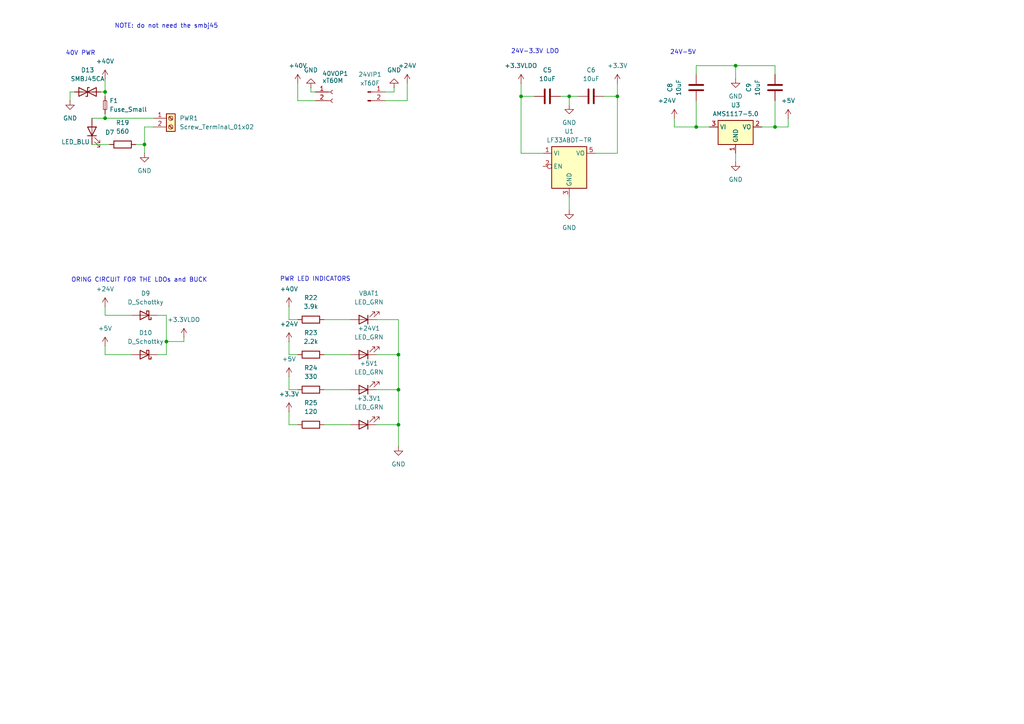
<source format=kicad_sch>
(kicad_sch (version 20231120) (generator "eeschema") (generator_version "8.0")
  (paper "A4")
  (lib_symbols
    (symbol "Connector:Conn_01x02_Pin" (pin_names (offset 1.016) hide)
      (property "Reference" "J" (at 0 2.54 0))
      (property "Value" "Conn_01x02_Pin" (at 0 -5.08 0))
      (symbol "Conn_01x02_Pin_1_1"
        (polyline (pts (xy 1.27 -2.54) (xy 0.8636 -2.54)) (stroke (width 0.1524)))
        (polyline (pts (xy 1.27 0) (xy 0.8636 0)) (stroke (width 0.1524)))
        (rectangle (start 0.8636 -2.413) (end 0 -2.667) (stroke (width 0.1524)) (fill (type outline)))
        (rectangle (start 0.8636 0.127) (end 0 -0.127) (stroke (width 0.1524)) (fill (type outline)))
        (pin passive line (at 5.08 0 180) (length 3.81) (name "Pin_1") (number "1"))
        (pin passive line (at 5.08 -2.54 180) (length 3.81) (name "Pin_2") (number "2"))
      )
    )
    (symbol "Connector:Conn_01x02_Socket" (pin_names (offset 1.016) hide)
      (property "Reference" "J" (at 0 2.54 0))
      (property "Value" "Conn_01x02_Socket" (at 0 -5.08 0))
      (symbol "Conn_01x02_Socket_1_1"
        (arc (start 0 -2.032) (mid -0.5058 -2.54) (end 0 -3.048) (stroke (width 0.1524)))
        (polyline (pts (xy -1.27 -2.54) (xy -0.508 -2.54)) (stroke (width 0.1524)))
        (polyline (pts (xy -1.27 0) (xy -0.508 0)) (stroke (width 0.1524)))
        (arc (start 0 0.508) (mid -0.5058 0) (end 0 -0.508) (stroke (width 0.1524)))
        (pin passive line (at -5.08 0 0) (length 3.81) (name "Pin_1") (number "1"))
        (pin passive line (at -5.08 -2.54 0) (length 3.81) (name "Pin_2") (number "2"))
      )
    )
    (symbol "Connector:Screw_Terminal_01x02" (pin_names (offset 1.016) hide)
      (property "Reference" "J" (at 0 2.54 0))
      (property "Value" "Screw_Terminal_01x02" (at 0 -5.08 0))
      (symbol "Screw_Terminal_01x02_1_1"
        (rectangle (start -1.27 1.27) (end 1.27 -3.81) (stroke (width 0.254)) (fill (type background)))
        (circle (center 0 -2.54) (radius 0.635) (stroke (width 0.1524)))
        (polyline (pts (xy -0.5334 -2.2098) (xy 0.3302 -3.048)) (stroke (width 0.1524)))
        (polyline (pts (xy -0.5334 0.3302) (xy 0.3302 -0.508)) (stroke (width 0.1524)))
        (polyline (pts (xy -0.3556 -2.032) (xy 0.508 -2.8702)) (stroke (width 0.1524)))
        (polyline (pts (xy -0.3556 0.508) (xy 0.508 -0.3302)) (stroke (width 0.1524)))
        (circle (center 0 0) (radius 0.635) (stroke (width 0.1524)))
        (pin passive line (at -5.08 0 0) (length 3.81) (name "Pin_1") (number "1"))
        (pin passive line (at -5.08 -2.54 0) (length 3.81) (name "Pin_2") (number "2"))
      )
    )
    (symbol "Device:C" (pin_numbers hide) (pin_names (offset 0.254))
      (property "Reference" "C" (at 0.635 2.54 0))
      (property "Value" "C" (at 0.635 -2.54 0))
      (symbol "C_0_1"
        (polyline (pts (xy -2.032 -0.762) (xy 2.032 -0.762)) (stroke (width 0.508)))
        (polyline (pts (xy -2.032 0.762) (xy 2.032 0.762)) (stroke (width 0.508)))
      )
      (symbol "C_1_1"
        (pin passive line (at 0 3.81 270) (length 2.794) (name "~") (number "1"))
        (pin passive line (at 0 -3.81 90) (length 2.794) (name "~") (number "2"))
      )
    )
    (symbol "Device:D_Schottky" (pin_numbers hide) (pin_names (offset 1.016) hide)
      (property "Reference" "D" (at 0 2.54 0))
      (property "Value" "D_Schottky" (at 0 -2.54 0))
      (symbol "D_Schottky_0_1"
        (polyline (pts (xy 1.27 0) (xy -1.27 0)))
        (polyline (pts (xy 1.27 1.27) (xy 1.27 -1.27) (xy -1.27 0) (xy 1.27 1.27)) (stroke (width 0.254)))
        (polyline (pts (xy -1.905 0.635) (xy -1.905 1.27) (xy -1.27 1.27) (xy -1.27 -1.27) (xy -0.635 -1.27) (xy -0.635 -0.635)) (stroke (width 0.254)))
      )
      (symbol "D_Schottky_1_1"
        (pin passive line (at -3.81 0 0) (length 2.54) (name "K") (number "1"))
        (pin passive line (at 3.81 0 180) (length 2.54) (name "A") (number "2"))
      )
    )
    (symbol "Device:D_TVS" (pin_numbers hide) (pin_names (offset 1.016) hide)
      (property "Reference" "D" (at 0 2.54 0))
      (property "Value" "D_TVS" (at 0 -2.54 0))
      (symbol "D_TVS_0_1"
        (polyline (pts (xy 1.27 0) (xy -1.27 0)))
        (polyline (pts (xy 0.508 1.27) (xy 0 1.27) (xy 0 -1.27) (xy -0.508 -1.27)) (stroke (width 0.254)))
        (polyline (pts (xy -2.54 1.27) (xy -2.54 -1.27) (xy 2.54 1.27) (xy 2.54 -1.27) (xy -2.54 1.27)) (stroke (width 0.254)))
      )
      (symbol "D_TVS_1_1"
        (pin passive line (at -3.81 0 0) (length 2.54) (name "A1") (number "1"))
        (pin passive line (at 3.81 0 180) (length 2.54) (name "A2") (number "2"))
      )
    )
    (symbol "Device:Fuse_Small" (pin_numbers hide) (pin_names (offset 0.254) hide)
      (property "Reference" "F" (at 0 -1.524 0))
      (property "Value" "Fuse_Small" (at 0 1.524 0))
      (symbol "Fuse_Small_0_1"
        (rectangle (start -1.27 0.508) (end 1.27 -0.508))
        (polyline (pts (xy -1.27 0) (xy 1.27 0)))
      )
      (symbol "Fuse_Small_1_1"
        (pin passive line (at -2.54 0 0) (length 1.27) (name "~") (number "1"))
        (pin passive line (at 2.54 0 180) (length 1.27) (name "~") (number "2"))
      )
    )
    (symbol "Device:LED" (pin_numbers hide) (pin_names (offset 1.016) hide)
      (property "Reference" "D" (at 0 2.54 0))
      (property "Value" "LED" (at 0 -2.54 0))
      (symbol "LED_0_1"
        (polyline (pts (xy -1.27 -1.27) (xy -1.27 1.27)) (stroke (width 0.254)))
        (polyline (pts (xy -1.27 0) (xy 1.27 0)))
        (polyline (pts (xy 1.27 -1.27) (xy 1.27 1.27) (xy -1.27 0) (xy 1.27 -1.27)) (stroke (width 0.254)))
        (polyline (pts (xy -3.048 -0.762) (xy -4.572 -2.286) (xy -3.81 -2.286) (xy -4.572 -2.286) (xy -4.572 -1.524)))
        (polyline (pts (xy -1.778 -0.762) (xy -3.302 -2.286) (xy -2.54 -2.286) (xy -3.302 -2.286) (xy -3.302 -1.524)))
      )
      (symbol "LED_1_1"
        (pin passive line (at -3.81 0 0) (length 2.54) (name "K") (number "1"))
        (pin passive line (at 3.81 0 180) (length 2.54) (name "A") (number "2"))
      )
    )
    (symbol "Device:R" (pin_numbers hide) (pin_names (offset 0))
      (property "Reference" "R" (at 2.032 0 90))
      (property "Value" "R" (at 0 0 90))
      (symbol "R_0_1"
        (rectangle (start -1.016 -2.54) (end 1.016 2.54) (stroke (width 0.254)))
      )
      (symbol "R_1_1"
        (pin passive line (at 0 3.81 270) (length 1.27) (name "~") (number "1"))
        (pin passive line (at 0 -3.81 90) (length 1.27) (name "~") (number "2"))
      )
    )
    (symbol "Regulator_Linear:AMS1117-5.0"
      (property "Reference" "U" (at -3.81 3.175 0))
      (property "Value" "AMS1117-5.0" (at 0 3.175 0))
      (symbol "AMS1117-5.0_0_1"
        (rectangle (start -5.08 -5.08) (end 5.08 1.905) (stroke (width 0.254)) (fill (type background)))
      )
      (symbol "AMS1117-5.0_1_1"
        (pin power_in line (at 0 -7.62 90) (length 2.54) (name "GND") (number "1"))
        (pin power_out line (at 7.62 0 180) (length 2.54) (name "VO") (number "2"))
        (pin power_in line (at -7.62 0 0) (length 2.54) (name "VI") (number "3"))
      )
    )
    (symbol "SJSU_common:LF33CPT-TR"
      (property "Reference" "U" (at -4.572 0 0))
      (property "Value" "LF33CPT-TR" (at 5.334 0 0))
      (symbol "LF33CPT-TR_0_1"
        (rectangle (start -5.08 -1.905) (end 5.08 -13.97) (stroke (width 0.254)) (fill (type background)))
      )
      (symbol "LF33CPT-TR_1_1"
        (pin power_in line (at -7.62 -3.81 0) (length 2.54) (name "VI") (number "1"))
        (pin input inverted (at -7.62 -7.62 0) (length 2.54) (name "EN") (number "2"))
        (pin power_in line (at 0 -16.51 90) (length 2.54) (name "GND") (number "3"))
        (pin power_out line (at 7.62 -3.81 180) (length 2.54) (name "VO") (number "5"))
      )
    )
    (symbol "power:+24V" (power) (pin_numbers hide) (pin_names (offset 0) hide)
      (property "Value" "+24V" (at 0 3.556 0))
      (symbol "+24V_0_1"
        (polyline (pts (xy -0.762 1.27) (xy 0 2.54)))
        (polyline (pts (xy 0 0) (xy 0 2.54)))
        (polyline (pts (xy 0 2.54) (xy 0.762 1.27)))
      )
      (symbol "+24V_1_1"
        (pin power_in line (at 0 0 90) (length 0) (name "~") (number "1"))
      )
    )
    (symbol "power:+3.3V" (power) (pin_numbers hide) (pin_names (offset 0) hide)
      (property "Value" "+3.3V" (at 0 3.556 0))
      (symbol "+3.3V_0_1"
        (polyline (pts (xy -0.762 1.27) (xy 0 2.54)))
        (polyline (pts (xy 0 0) (xy 0 2.54)))
        (polyline (pts (xy 0 2.54) (xy 0.762 1.27)))
      )
      (symbol "+3.3V_1_1"
        (pin power_in line (at 0 0 90) (length 0) (name "~") (number "1"))
      )
    )
    (symbol "power:+5V" (power) (pin_numbers hide) (pin_names (offset 0) hide)
      (property "Value" "+5V" (at 0 3.556 0))
      (symbol "+5V_0_1"
        (polyline (pts (xy -0.762 1.27) (xy 0 2.54)))
        (polyline (pts (xy 0 0) (xy 0 2.54)))
        (polyline (pts (xy 0 2.54) (xy 0.762 1.27)))
      )
      (symbol "+5V_1_1"
        (pin power_in line (at 0 0 90) (length 0) (name "~") (number "1"))
      )
    )
    (symbol "power:GND" (power) (pin_numbers hide) (pin_names (offset 0) hide)
      (property "Value" "GND" (at 0 -3.81 0))
      (symbol "GND_0_1"
        (polyline (pts (xy 0 0) (xy 0 -1.27) (xy 1.27 -1.27) (xy 0 -2.54) (xy -1.27 -1.27) (xy 0 -1.27)))
      )
      (symbol "GND_1_1"
        (pin power_in line (at 0 0 270) (length 0) (name "~") (number "1"))
      )
    )
  )
  (junction (at 151.13 27.94))
  (junction (at 224.79 36.83))
  (junction (at 115.57 123.19))
  (junction (at 30.48 26.67))
  (junction (at 201.93 36.83))
  (junction (at 165.1 27.94))
  (junction (at 48.26 99.06))
  (junction (at 179.07 27.94))
  (junction (at 213.36 19.05))
  (junction (at 115.57 113.03))
  (junction (at 115.57 102.87))
  (junction (at 30.48 34.29))
  (junction (at 41.91 41.91))
  (wire (pts (xy 118.11 29.21) (xy 111.76 29.21)))
  (wire (pts (xy 20.32 26.67) (xy 20.32 29.21)))
  (wire (pts (xy 118.11 24.13) (xy 118.11 29.21)))
  (wire (pts (xy 213.36 19.05) (xy 224.79 19.05)))
  (wire (pts (xy 179.07 27.94) (xy 179.07 44.45)))
  (wire (pts (xy 41.91 41.91) (xy 41.91 44.45)))
  (wire (pts (xy 151.13 24.13) (xy 151.13 27.94)))
  (wire (pts (xy 162.56 27.94) (xy 165.1 27.94)))
  (wire (pts (xy 213.36 22.86) (xy 213.36 19.05)))
  (wire (pts (xy 48.26 91.44) (xy 48.26 99.06)))
  (wire (pts (xy 224.79 36.83) (xy 224.79 29.21)))
  (wire (pts (xy 83.82 109.22) (xy 83.82 113.03)))
  (wire (pts (xy 93.98 123.19) (xy 101.6 123.19)))
  (wire (pts (xy 115.57 113.03) (xy 115.57 123.19)))
  (wire (pts (xy 30.48 26.67) (xy 30.48 27.94)))
  (wire (pts (xy 30.48 102.87) (xy 30.48 100.33)))
  (wire (pts (xy 109.22 123.19) (xy 115.57 123.19)))
  (wire (pts (xy 30.48 91.44) (xy 38.1 91.44)))
  (wire (pts (xy 201.93 19.05) (xy 201.93 21.59)))
  (wire (pts (xy 93.98 92.71) (xy 101.6 92.71)))
  (wire (pts (xy 53.34 99.06) (xy 53.34 97.79)))
  (wire (pts (xy 165.1 27.94) (xy 165.1 30.48)))
  (wire (pts (xy 21.59 26.67) (xy 20.32 26.67)))
  (wire (pts (xy 224.79 21.59) (xy 224.79 19.05)))
  (wire (pts (xy 83.82 99.06) (xy 83.82 102.87)))
  (wire (pts (xy 44.45 36.83) (xy 41.91 36.83)))
  (wire (pts (xy 44.45 34.29) (xy 30.48 34.29)))
  (wire (pts (xy 39.37 41.91) (xy 41.91 41.91)))
  (wire (pts (xy 90.17 25.4) (xy 90.17 26.67)))
  (wire (pts (xy 30.48 22.86) (xy 30.48 26.67)))
  (wire (pts (xy 26.67 34.29) (xy 30.48 34.29)))
  (wire (pts (xy 213.36 44.45) (xy 213.36 46.99)))
  (wire (pts (xy 45.72 91.44) (xy 48.26 91.44)))
  (wire (pts (xy 48.26 102.87) (xy 45.72 102.87)))
  (wire (pts (xy 165.1 57.15) (xy 165.1 60.96)))
  (wire (pts (xy 83.82 88.9) (xy 83.82 92.71)))
  (wire (pts (xy 151.13 27.94) (xy 151.13 44.45)))
  (wire (pts (xy 83.82 119.38) (xy 83.82 123.19)))
  (wire (pts (xy 179.07 24.13) (xy 179.07 27.94)))
  (wire (pts (xy 83.82 92.71) (xy 86.36 92.71)))
  (wire (pts (xy 115.57 123.19) (xy 115.57 129.54)))
  (wire (pts (xy 151.13 44.45) (xy 157.48 44.45)))
  (wire (pts (xy 175.26 27.94) (xy 179.07 27.94)))
  (wire (pts (xy 26.67 41.91) (xy 31.75 41.91)))
  (wire (pts (xy 109.22 113.03) (xy 115.57 113.03)))
  (wire (pts (xy 201.93 19.05) (xy 213.36 19.05)))
  (wire (pts (xy 201.93 36.83) (xy 205.74 36.83)))
  (wire (pts (xy 48.26 99.06) (xy 48.26 102.87)))
  (wire (pts (xy 93.98 102.87) (xy 101.6 102.87)))
  (wire (pts (xy 38.1 102.87) (xy 30.48 102.87)))
  (wire (pts (xy 83.82 113.03) (xy 86.36 113.03)))
  (wire (pts (xy 165.1 27.94) (xy 167.64 27.94)))
  (wire (pts (xy 30.48 34.29) (xy 30.48 33.02)))
  (wire (pts (xy 115.57 92.71) (xy 115.57 102.87)))
  (wire (pts (xy 224.79 36.83) (xy 228.6 36.83)))
  (wire (pts (xy 201.93 36.83) (xy 195.58 36.83)))
  (wire (pts (xy 111.76 26.67) (xy 114.3 26.67)))
  (wire (pts (xy 179.07 44.45) (xy 172.72 44.45)))
  (wire (pts (xy 86.36 24.13) (xy 86.36 29.21)))
  (wire (pts (xy 109.22 92.71) (xy 115.57 92.71)))
  (wire (pts (xy 41.91 36.83) (xy 41.91 41.91)))
  (wire (pts (xy 195.58 36.83) (xy 195.58 34.29)))
  (wire (pts (xy 83.82 123.19) (xy 86.36 123.19)))
  (wire (pts (xy 90.17 26.67) (xy 91.44 26.67)))
  (wire (pts (xy 114.3 26.67) (xy 114.3 25.4)))
  (wire (pts (xy 220.98 36.83) (xy 224.79 36.83)))
  (wire (pts (xy 228.6 36.83) (xy 228.6 34.29)))
  (wire (pts (xy 201.93 29.21) (xy 201.93 36.83)))
  (wire (pts (xy 48.26 99.06) (xy 53.34 99.06)))
  (wire (pts (xy 109.22 102.87) (xy 115.57 102.87)))
  (wire (pts (xy 93.98 113.03) (xy 101.6 113.03)))
  (wire (pts (xy 30.48 88.9) (xy 30.48 91.44)))
  (wire (pts (xy 115.57 102.87) (xy 115.57 113.03)))
  (wire (pts (xy 83.82 102.87) (xy 86.36 102.87)))
  (wire (pts (xy 29.21 26.67) (xy 30.48 26.67)))
  (wire (pts (xy 86.36 29.21) (xy 91.44 29.21)))
  (wire (pts (xy 151.13 27.94) (xy 154.94 27.94)))
  (text "24V-3.3V LDO\n" (at 155.194 14.986 0) (effects (font (size 1.27 1.27))))
  (text "24V-5V" (at 198.12 15.24 0) (effects (font (size 1.27 1.27))))
  (text "POWER checklist:\nDONE\n" (at 26.416 -3.556 0) (effects (font (size 1.27 1.27))))
  (text "ORING CIRCUIT FOR THE LDOs and BUCK\n" (at 40.386 81.28 0) (effects (font (size 1.27 1.27))))
  (text "40V PWR\n" (at 23.368 15.494 0) (effects (font (size 1.27 1.27))))
  (text "NOTE: do not need the smbj45" (at 48.26 7.62 0) (effects (font (size 1.27 1.27))))
  (text "PWR LED INDICATORS\n" (at 91.44 81.026 0) (effects (font (size 1.27 1.27))))
  (symbol (lib_id "power:+24V") (at 30.48 88.9 0) (unit 1)
    (property "Reference" "#PWR070" (effects (hide yes)))
    (property "Value" "+24V" (at 30.48 83.82 0))
    (property "Description" "Power symbol creates a global label with name \"+24V\"" (effects (hide yes)))
  )
  (symbol (lib_id "SJSU_common:LF33CPT-TR") (at 165.1 40.64 0) (unit 1)
    (property "Reference" "U1" (at 165.1 38.1 0))
    (property "Value" "LF33ABDT-TR" (at 165.1 40.64 0))
    (property "Footprint" "SJSU_common:TO-252AD" (effects (hide yes)))
    (property "Datasheet" "https://www.st.com/content/ccc/resource/technical/document/datasheet/c4/0e/7e/2a/be/bc/4c/bd/CD00000546.pdf/files/CD00000546.pdf/jcr:content/translations/en.CD00000546.pdf" (effects (hide yes)))
    (property "Description" "IC REG LINEAR 3.3V 500MA PPAK" (effects (hide yes)))
  )
  (symbol (lib_id "power:GND") (at 90.17 25.4 180) (unit 1)
    (property "Reference" "#PWR0108" (effects (hide yes)))
    (property "Value" "GND" (at 90.17 20.32 0))
    (property "Description" "Power symbol creates a global label with name \"GND\" , ground" (effects (hide yes)))
  )
  (symbol (lib_id "power:+24V") (at 83.82 99.06 0) (unit 1)
    (property "Reference" "#PWR086" (effects (hide yes)))
    (property "Value" "+24V" (at 83.82 93.98 0))
    (property "Description" "Power symbol creates a global label with name \"+24V\"" (effects (hide yes)))
  )
  (symbol (lib_id "Connector:Screw_Terminal_01x02") (at 49.53 34.29 0) (unit 1)
    (property "Reference" "PWR1" (at 52.07 34.2899 0) (effects (justify left)))
    (property "Value" "Screw_Terminal_01x02" (at 52.07 36.8299 0) (effects (justify left)))
    (property "Footprint" "TerminalBlock:TerminalBlock_Xinya_XY308-2.54-2P_1x02_P2.54mm_Horizontal" (effects (hide yes)))
    (property "Description" "Generic screw terminal, single row, 01x02, script generated (kicad-library-utils/schlib/autogen/connector/)" (effects (hide yes)))
  )
  (symbol (lib_id "power:+5V") (at 30.48 100.33 0) (unit 1)
    (property "Reference" "#PWR071" (effects (hide yes)))
    (property "Value" "+5V" (at 30.48 95.25 0))
    (property "Description" "Power symbol creates a global label with name \"+5V\"" (effects (hide yes)))
  )
  (symbol (lib_id "power:+3.3V") (at 53.34 97.79 0) (unit 1)
    (property "Reference" "#PWR069" (effects (hide yes)))
    (property "Value" "+3.3VLDO" (at 48.514 92.71 0) (effects (justify left)))
    (property "Description" "Power symbol creates a global label with name \"+3.3V\"" (effects (hide yes)))
  )
  (symbol (lib_id "Device:D_Schottky") (at 41.91 102.87 180) (unit 1)
    (property "Reference" "D10" (at 42.2275 96.52 0))
    (property "Value" "D_Schottky" (at 42.2275 99.06 0))
    (property "Footprint" "Diode_SMD:D_SMA" (effects (hide yes)))
    (property "Description" "Schottky diode" (effects (hide yes)))
  )
  (symbol (lib_id "Device:LED") (at 26.67 38.1 90) (unit 1)
    (property "Reference" "D7" (at 30.48 38.4174 90) (effects (justify right)))
    (property "Value" "LED_BLU" (at 17.78 41.148 90) (effects (justify right)))
    (property "Footprint" "LED_SMD:LED_0603_1608Metric" (effects (hide yes)))
    (property "Description" "Light emitting diode" (effects (hide yes)))
  )
  (symbol (lib_id "power:GND") (at 114.3 25.4 180) (unit 1)
    (property "Reference" "#PWR0107" (effects (hide yes)))
    (property "Value" "GND" (at 114.3 20.32 0))
    (property "Description" "Power symbol creates a global label with name \"GND\" , ground" (effects (hide yes)))
  )
  (symbol (lib_id "power:+24V") (at 83.82 88.9 0) (unit 1)
    (property "Reference" "#PWR085" (effects (hide yes)))
    (property "Value" "+40V" (at 83.82 83.82 0))
    (property "Description" "Power symbol creates a global label with name \"+24V\"" (effects (hide yes)))
  )
  (symbol (lib_id "power:+3.3V") (at 83.82 119.38 0) (unit 1)
    (property "Reference" "#PWR088" (effects (hide yes)))
    (property "Value" "+3.3V" (at 83.82 114.3 0))
    (property "Description" "Power symbol creates a global label with name \"+3.3V\"" (effects (hide yes)))
  )
  (symbol (lib_id "power:+3.3V") (at 179.07 24.13 0) (unit 1)
    (property "Reference" "#PWR064" (effects (hide yes)))
    (property "Value" "+3.3V" (at 179.07 19.05 0))
    (property "Description" "Power symbol creates a global label with name \"+3.3V\"" (effects (hide yes)))
  )
  (symbol (lib_id "power:GND") (at 165.1 60.96 0) (unit 1)
    (property "Reference" "#PWR062" (effects (hide yes)))
    (property "Value" "GND" (at 165.1 66.04 0))
    (property "Description" "Power symbol creates a global label with name \"GND\" , ground" (effects (hide yes)))
  )
  (symbol (lib_id "Device:C") (at 201.93 25.4 180) (unit 1)
    (property "Reference" "C8" (at 194.31 25.4 90))
    (property "Value" "10uF" (at 196.85 25.4 90))
    (property "Footprint" "Capacitor_SMD:C_0603_1608Metric" (effects (hide yes)))
    (property "Description" "Unpolarized capacitor" (effects (hide yes)))
  )
  (symbol (lib_id "Device:D_TVS") (at 25.4 26.67 0) (unit 1)
    (property "Reference" "D13" (at 25.4 20.32 0))
    (property "Value" "SMBJ45CA" (at 25.4 22.86 0))
    (property "Footprint" "Diode_SMD:D_SMB_Handsoldering" (effects (hide yes)))
    (property "Description" "Bidirectional transient-voltage-suppression diode" (effects (hide yes)))
  )
  (symbol (lib_id "power:+3.3V") (at 228.6 34.29 0) (unit 1)
    (property "Reference" "#PWR097" (effects (hide yes)))
    (property "Value" "+5V" (at 228.6 29.21 0))
    (property "Description" "Power symbol creates a global label with name \"+3.3V\"" (effects (hide yes)))
  )
  (symbol (lib_id "Device:R") (at 90.17 102.87 270) (unit 1)
    (property "Reference" "R23" (at 90.17 96.52 90))
    (property "Value" "2.2k" (at 90.17 99.06 90))
    (property "Footprint" "Resistor_SMD:R_0603_1608Metric" (effects (hide yes)))
    (property "Description" "Resistor" (effects (hide yes)))
  )
  (symbol (lib_id "Device:R") (at 35.56 41.91 270) (unit 1)
    (property "Reference" "R19" (at 35.56 35.56 90))
    (property "Value" "560" (at 35.56 38.1 90))
    (property "Footprint" "Resistor_SMD:R_0603_1608Metric" (effects (hide yes)))
    (property "Description" "Resistor" (effects (hide yes)))
  )
  (symbol (lib_id "Connector:Conn_01x02_Socket") (at 96.52 26.67 0) (unit 1)
    (property "Reference" "40VOP1" (at 93.472 21.336 0) (effects (justify left)))
    (property "Value" "xT60M" (at 93.472 23.368 0) (effects (justify left)))
    (property "Footprint" "Connector_AMASS:AMASS_XT60PW-M_1x02_P7.20mm_Horizontal" (effects (hide yes)))
    (property "Description" "Generic connector, single row, 01x02, script generated" (effects (hide yes)))
  )
  (symbol (lib_id "Device:LED") (at 105.41 123.19 180) (unit 1)
    (property "Reference" "+3.3V1" (at 106.9975 115.57 0))
    (property "Value" "LED_GRN" (at 106.9975 118.11 0))
    (property "Footprint" "LED_SMD:LED_0805_2012Metric" (effects (hide yes)))
    (property "Description" "Light emitting diode" (effects (hide yes)))
  )
  (symbol (lib_id "Regulator_Linear:AMS1117-5.0") (at 213.36 36.83 0) (unit 1)
    (property "Reference" "U3" (at 213.36 30.48 0))
    (property "Value" "AMS1117-5.0" (at 213.36 33.02 0))
    (property "Footprint" "Package_TO_SOT_SMD:SOT-223-3_TabPin2" (effects (hide yes)))
    (property "Datasheet" "http://www.advanced-monolithic.com/pdf/ds1117.pdf" (effects (hide yes)))
    (property "Description" "1A Low Dropout regulator, positive, 5.0V fixed output, SOT-223" (effects (hide yes)))
  )
  (symbol (lib_id "power:+5V") (at 83.82 109.22 0) (unit 1)
    (property "Reference" "#PWR087" (effects (hide yes)))
    (property "Value" "+5V" (at 83.82 104.14 0))
    (property "Description" "Power symbol creates a global label with name \"+5V\"" (effects (hide yes)))
  )
  (symbol (lib_id "power:+3.3V") (at 151.13 24.13 0) (unit 1)
    (property "Reference" "#PWR063" (effects (hide yes)))
    (property "Value" "+3.3VLDO" (at 146.304 19.05 0) (effects (justify left)))
    (property "Description" "Power symbol creates a global label with name \"+3.3V\"" (effects (hide yes)))
  )
  (symbol (lib_id "power:GND") (at 213.36 22.86 0) (unit 1)
    (property "Reference" "#PWR095" (effects (hide yes)))
    (property "Value" "GND" (at 213.36 27.94 0))
    (property "Description" "Power symbol creates a global label with name \"GND\" , ground" (effects (hide yes)))
  )
  (symbol (lib_id "Device:Fuse_Small") (at 30.48 30.48 270) (unit 1)
    (property "Reference" "F1" (at 31.75 29.2099 90) (effects (justify left)))
    (property "Value" "Fuse_Small" (at 31.75 31.7499 90) (effects (justify left)))
    (property "Footprint" "Fuse:Fuseholder_Littelfuse_Nano2_154x" (effects (hide yes)))
    (property "Description" "Fuse, small symbol" (effects (hide yes)))
  )
  (symbol (lib_id "power:GND") (at 41.91 44.45 0) (unit 1)
    (property "Reference" "#PWR061" (effects (hide yes)))
    (property "Value" "GND" (at 41.91 49.53 0))
    (property "Description" "Power symbol creates a global label with name \"GND\" , ground" (effects (hide yes)))
  )
  (symbol (lib_id "power:+24V") (at 118.11 24.13 0) (unit 1)
    (property "Reference" "#PWR0106" (effects (hide yes)))
    (property "Value" "+24V" (at 118.11 19.05 0))
    (property "Description" "Power symbol creates a global label with name \"+24V\"" (effects (hide yes)))
  )
  (symbol (lib_id "power:+24V") (at 86.36 24.13 0) (unit 1)
    (property "Reference" "#PWR0105" (effects (hide yes)))
    (property "Value" "+40V" (at 86.36 19.05 0))
    (property "Description" "Power symbol creates a global label with name \"+24V\"" (effects (hide yes)))
  )
  (symbol (lib_id "Device:LED") (at 105.41 102.87 180) (unit 1)
    (property "Reference" "+24V1" (at 106.9975 95.25 0))
    (property "Value" "LED_GRN" (at 106.9975 97.79 0))
    (property "Footprint" "LED_SMD:LED_0805_2012Metric" (effects (hide yes)))
    (property "Description" "Light emitting diode" (effects (hide yes)))
  )
  (symbol (lib_id "Connector:Conn_01x02_Pin") (at 106.68 26.67 0) (unit 1)
    (property "Reference" "24VIP1" (at 107.315 21.59 0))
    (property "Value" "xT60F" (at 107.315 24.13 0))
    (property "Footprint" "Connector_AMASS:AMASS_XT60PW-F_1x02_P7.20mm_Horizontal" (effects (hide yes)))
    (property "Description" "Generic connector, single row, 01x02, script generated" (effects (hide yes)))
  )
  (symbol (lib_id "power:GND") (at 115.57 129.54 0) (unit 1)
    (property "Reference" "#PWR084" (effects (hide yes)))
    (property "Value" "GND" (at 115.57 134.62 0))
    (property "Description" "Power symbol creates a global label with name \"GND\" , ground" (effects (hide yes)))
  )
  (symbol (lib_id "power:GND") (at 165.1 30.48 0) (unit 1)
    (property "Reference" "#PWR067" (effects (hide yes)))
    (property "Value" "GND" (at 165.1 35.56 0))
    (property "Description" "Power symbol creates a global label with name \"GND\" , ground" (effects (hide yes)))
  )
  (symbol (lib_id "Device:C") (at 158.75 27.94 90) (unit 1)
    (property "Reference" "C5" (at 158.75 20.32 90))
    (property "Value" "10uF" (at 158.75 22.86 90))
    (property "Footprint" "Capacitor_SMD:C_0603_1608Metric" (effects (hide yes)))
    (property "Description" "Unpolarized capacitor" (effects (hide yes)))
  )
  (symbol (lib_id "power:+3.3V") (at 195.58 34.29 0) (unit 1)
    (property "Reference" "#PWR096" (effects (hide yes)))
    (property "Value" "+24V" (at 190.754 29.21 0) (effects (justify left)))
    (property "Description" "Power symbol creates a global label with name \"+3.3V\"" (effects (hide yes)))
  )
  (symbol (lib_id "power:GND") (at 213.36 46.99 0) (unit 1)
    (property "Reference" "#PWR094" (effects (hide yes)))
    (property "Value" "GND" (at 213.36 52.07 0))
    (property "Description" "Power symbol creates a global label with name \"GND\" , ground" (effects (hide yes)))
  )
  (symbol (lib_id "Device:C") (at 224.79 25.4 180) (unit 1)
    (property "Reference" "C9" (at 217.17 25.4 90))
    (property "Value" "10uF" (at 219.71 25.4 90))
    (property "Footprint" "Capacitor_SMD:C_0603_1608Metric" (effects (hide yes)))
    (property "Description" "Unpolarized capacitor" (effects (hide yes)))
  )
  (symbol (lib_id "power:+24V") (at 30.48 22.86 0) (unit 1)
    (property "Reference" "#PWR013" (effects (hide yes)))
    (property "Value" "+40V" (at 30.48 17.78 0))
    (property "Description" "Power symbol creates a global label with name \"+24V\"" (effects (hide yes)))
  )
  (symbol (lib_id "Device:LED") (at 105.41 92.71 180) (unit 1)
    (property "Reference" "VBAT1" (at 106.9975 85.09 0))
    (property "Value" "LED_GRN" (at 106.9975 87.63 0))
    (property "Footprint" "LED_SMD:LED_0805_2012Metric" (effects (hide yes)))
    (property "Description" "Light emitting diode" (effects (hide yes)))
  )
  (symbol (lib_id "Device:C") (at 171.45 27.94 90) (unit 1)
    (property "Reference" "C6" (at 171.45 20.32 90))
    (property "Value" "10uF" (at 171.45 22.86 90))
    (property "Footprint" "Capacitor_SMD:C_0603_1608Metric" (effects (hide yes)))
    (property "Description" "Unpolarized capacitor" (effects (hide yes)))
  )
  (symbol (lib_id "Device:LED") (at 105.41 113.03 180) (unit 1)
    (property "Reference" "+5V1" (at 106.9975 105.41 0))
    (property "Value" "LED_GRN" (at 106.9975 107.95 0))
    (property "Footprint" "LED_SMD:LED_0805_2012Metric" (effects (hide yes)))
    (property "Description" "Light emitting diode" (effects (hide yes)))
  )
  (symbol (lib_id "Device:R") (at 90.17 92.71 270) (unit 1)
    (property "Reference" "R22" (at 90.17 86.36 90))
    (property "Value" "3.9k" (at 90.17 88.9 90))
    (property "Footprint" "Resistor_SMD:R_0603_1608Metric" (effects (hide yes)))
    (property "Description" "Resistor" (effects (hide yes)))
  )
  (symbol (lib_id "Device:R") (at 90.17 123.19 270) (unit 1)
    (property "Reference" "R25" (at 90.17 116.84 90))
    (property "Value" "120" (at 90.17 119.38 90))
    (property "Footprint" "Resistor_SMD:R_0603_1608Metric" (effects (hide yes)))
    (property "Description" "Resistor" (effects (hide yes)))
  )
  (symbol (lib_id "Device:R") (at 90.17 113.03 270) (unit 1)
    (property "Reference" "R24" (at 90.17 106.68 90))
    (property "Value" "330" (at 90.17 109.22 90))
    (property "Footprint" "Resistor_SMD:R_0603_1608Metric" (effects (hide yes)))
    (property "Description" "Resistor" (effects (hide yes)))
  )
  (symbol (lib_id "power:GND") (at 20.32 29.21 0) (unit 1)
    (property "Reference" "#PWR068" (effects (hide yes)))
    (property "Value" "GND" (at 20.32 34.29 0))
    (property "Description" "Power symbol creates a global label with name \"GND\" , ground" (effects (hide yes)))
  )
  (symbol (lib_id "Device:D_Schottky") (at 41.91 91.44 180) (unit 1)
    (property "Reference" "D9" (at 42.2275 85.09 0))
    (property "Value" "D_Schottky" (at 42.2275 87.63 0))
    (property "Footprint" "Diode_SMD:D_SMA" (effects (hide yes)))
    (property "Description" "Schottky diode" (effects (hide yes)))
  )
)
</source>
